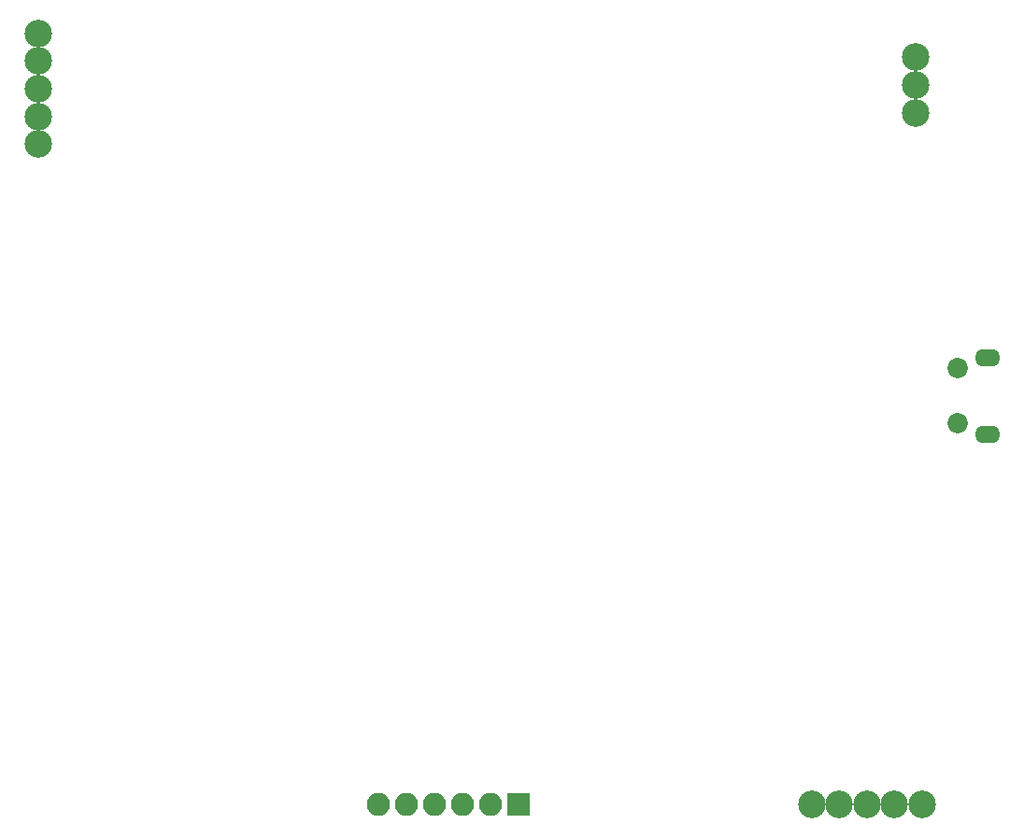
<source format=gbr>
G04 #@! TF.GenerationSoftware,KiCad,Pcbnew,(5.1.2)-1*
G04 #@! TF.CreationDate,2019-08-26T21:33:07-05:00*
G04 #@! TF.ProjectId,8266-dev,38323636-2d64-4657-962e-6b696361645f,rev?*
G04 #@! TF.SameCoordinates,Original*
G04 #@! TF.FileFunction,Soldermask,Bot*
G04 #@! TF.FilePolarity,Negative*
%FSLAX46Y46*%
G04 Gerber Fmt 4.6, Leading zero omitted, Abs format (unit mm)*
G04 Created by KiCad (PCBNEW (5.1.2)-1) date 2019-08-26 21:33:07*
%MOMM*%
%LPD*%
G04 APERTURE LIST*
%ADD10C,2.500000*%
%ADD11R,2.100000X2.100000*%
%ADD12O,2.100000X2.100000*%
%ADD13C,1.850000*%
%ADD14O,2.300000X1.600000*%
G04 APERTURE END LIST*
D10*
X165511480Y-126949200D03*
X168011480Y-126949200D03*
X170511480Y-126949200D03*
X173011480Y-126949200D03*
X175511480Y-126949200D03*
X95417640Y-57104280D03*
X95417640Y-59604280D03*
X95417640Y-62104280D03*
X95417640Y-64604280D03*
X95417640Y-67104280D03*
D11*
X138942530Y-126944200D03*
D12*
X136402530Y-126944200D03*
X133862530Y-126944200D03*
X131322530Y-126944200D03*
X128782530Y-126944200D03*
X126242530Y-126944200D03*
D10*
X174919640Y-59194700D03*
X174919640Y-61734700D03*
X174919640Y-64274700D03*
D13*
X178719500Y-92457400D03*
X178719500Y-87457400D03*
D14*
X181419500Y-93457400D03*
X181419500Y-86457400D03*
M02*

</source>
